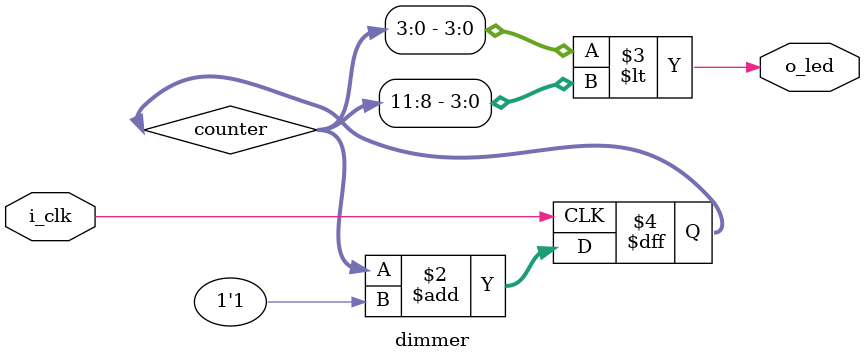
<source format=sv>
module dimmer(
    input logic i_clk,
    output logic o_led
);
    parameter int WIDTH = 12;
    logic [WIDTH - 1:0] counter;

    always_ff @(posedge i_clk)
        counter <= counter + 1'b1;
    assign o_led = (counter[3:0] < counter[WIDTH - 1: WIDTH - 4]);
endmodule


</source>
